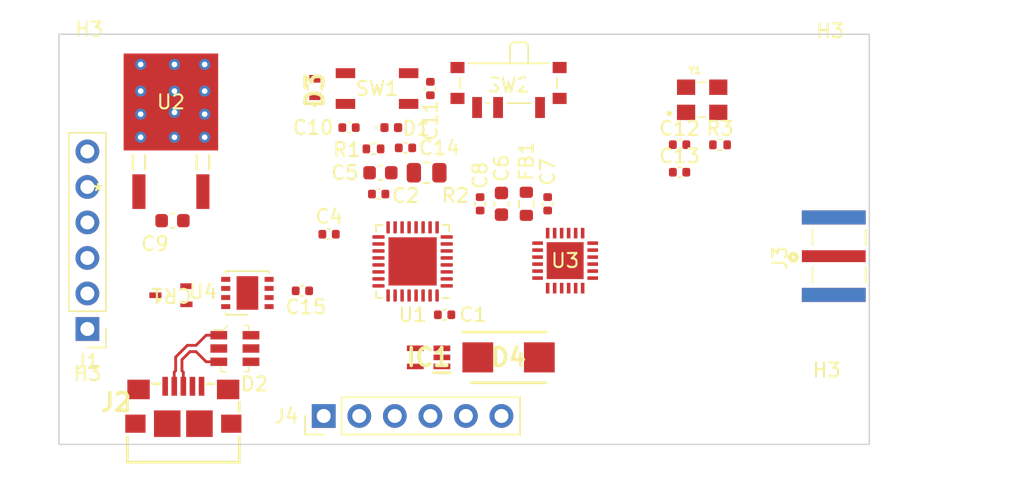
<source format=kicad_pcb>
(kicad_pcb (version 20221018) (generator pcbnew)
  (layers (0 "F.Cu" signal) (31 "B.Cu" signal) (34 "B.Paste" user) (35 "F.Paste" user) (36 "B.SilkS" user "B.Silkscreen") (37 "F.SilkS" user "F.Silkscreen") (38 "B.Mask" user) (39 "F.Mask" user) (44 "Edge.Cuts" user))
  (net 0 "")
  (net 4 "VBUS")
  (net 5 "GND")
  (net 7 "+3.3V")
  (net 8 "+3.3VA")
  (net 9 "/BOOT0")
  (net 10 "Net-(J1-Pin_2)")
  (net 12 "Net-(J1-Pin_4)")
  (net 13 "Net-(D1-K)")
  (net 56 "/NRST")
  (net 57 "/DEBUG_JTDO-SWO")
  (net 58 "/DEBUG_JTSK_SWDIO")
  (net 59 "/DEBUG_JTSK_SWCLK")
  (net 60 "/DEBUG_JTSK_SWO")
  (net 61 "/USB_D-_C")
  (net 62 "/USB_D+_C")
  (net 63 "/USB_D+")
  (net 64 "/USB_D-")
  (net 68 "/USART2_CANSTBY")
  (net 69 "/USART2_CANRX")
  (net 70 "/USART2_CANTX")
  (net 71 "Net-(C12-Pad1)")
  (net 72 "RCC_OSC_IN")
  (net 73 "RCC_OSC_OUT")
  (footprint "Capacitor_SMD:C_0402_1005Metric" (layer "F.Cu") (at 50.673 113.475 180)
    (fp_text reference "C15" (at -0.254 -1.16) (layer "F.SilkS"))
    (fp_text value "100u")
    (fp_line (start -0.107836 -0.36) (end 0.107836 -0.36) (stroke (width 0.12)) (layer "F.SilkS"))
    (fp_line (start -0.107836 0.36) (end 0.107836 0.36) (stroke (width 0.12)) (layer "F.SilkS"))
    (pad "1" smd roundrect (at -0.48 0 180) (size 0.56 0.62) (layers "F.Cu" "F.Paste" "F.Mask") (net 5 "GND"))
    (pad "2" smd roundrect (at 0.48 0 180) (size 0.56 0.62) (layers "F.Cu" "F.Paste" "F.Mask") (net 7 "+3.3V"))
  )
  (footprint "footprints:TAOGLAS_EMPCB.SMAFSTJ.B.HT" (layer "F.Cu") (at 88.646 110.998 90)
    (fp_text reference "J3" (at -0.13514 -3.84871 90) (layer "F.SilkS") (effects (font (size 1.000961 1.000961))))
    (fp_text value "Conn_Coaxial")
    (fp_line (start -1.9 -1.52) (end -0.8 -1.52) (stroke (width 0.127)) (layer "F.SilkS"))
    (fp_line (start -1.9 2.28) (end -0.8 2.28) (stroke (width 0.127)) (layer "F.SilkS"))
    (fp_line (start 0.8 -1.52) (end 1.9 -1.52) (stroke (width 0.127)) (layer "F.SilkS"))
    (fp_line (start 0.8 2.28) (end 1.9 2.28) (stroke (width 0.127)) (layer "F.SilkS"))
    (fp_circle (center -0.073 -2.888) (end 0.027 -2.888) (stroke (width 0.3)) (fill none) (layer "F.SilkS"))
    (pad "1" smd rect (at 0 0 90) (size 0.85 4.56) (layers "F.Cu" "F.Paste" "F.Mask"))
    (pad "SH1" smd rect (at -2.77 0 90) (size 1 4.56) (layers "F.Cu" "F.Paste" "F.Mask"))
    (pad "SH2" smd rect (at 2.77 0 90) (size 1 4.56) (layers "F.Cu" "F.Paste" "F.Mask"))
    (pad "SH3" smd rect (at -2.77 0 90) (size 1 4.56) (layers "B.Cu" "B.Paste" "B.Mask"))
    (pad "SH4" smd rect (at 2.77 0 90) (size 1 4.56) (layers "B.Cu" "B.Paste" "B.Mask"))
  )
  (footprint "Capacitor_SMD:C_0402_1005Metric" (layer "F.Cu") (at 56.121 106.553)
    (fp_text reference "C2" (at 1.933 0.1095 180) (layer "F.SilkS"))
    (fp_text value "100n")
    (fp_line (start -0.107836 -0.36) (end 0.107836 -0.36) (stroke (width 0.12)) (layer "F.SilkS"))
    (fp_line (start -0.107836 0.36) (end 0.107836 0.36) (stroke (width 0.12)) (layer "F.SilkS"))
    (pad "1" smd roundrect (at -0.48 0) (size 0.56 0.62) (layers "F.Cu" "F.Paste" "F.Mask") (net 7 "+3.3V"))
    (pad "2" smd roundrect (at 0.48 0) (size 0.56 0.62) (layers "F.Cu" "F.Paste" "F.Mask") (net 5 "GND"))
  )
  (footprint "footprints:ESDA8P801U1M" (layer "F.Cu") (at 51.562 98.933 90)
    (fp_text reference "D3" (at -0.2 0 90) (layer "F.SilkS") (effects (font (size 1.27 1.27) (thickness 0.254))))
    (fp_text value "ESDA7P120-1U1M" hide)
    (fp_line (start -1.2 -0.1) (end -1.2 -0.1) (stroke (width 0.2)) (layer "F.SilkS"))
    (fp_line (start -1.2 0.1) (end -1.2 0.1) (stroke (width 0.2)) (layer "F.SilkS"))
    (fp_line (start -0.2 -0.5) (end 0.2 -0.5) (stroke (width 0.1)) (layer "F.SilkS"))
    (fp_line (start -0.2 0.5) (end 0.2 0.5) (stroke (width 0.1)) (layer "F.SilkS"))
    (fp_arc (start -1.2 -0.1) (mid -1.1 0) (end -1.2 0.1) (stroke (width 0.2)) (layer "F.SilkS"))
    (fp_arc (start -1.2 0.1) (mid -1.3 0) (end -1.2 -0.1) (stroke (width 0.2)) (layer "F.SilkS"))
    (pad "1" smd rect (at -0.625 0 90) (size 0.55 0.8) (layers "F.Cu" "F.Paste" "F.Mask") (net 4 "VBUS"))
    (pad "2" smd rect (at 0.625 0 90) (size 0.55 0.8) (layers "F.Cu" "F.Paste" "F.Mask") (net 5 "GND"))
  )
  (footprint "Capacitor_SMD:C_0402_1005Metric" (layer "F.Cu") (at 59.817 99.005 -90)
    (fp_text reference "C11" (at 2.286 0 90) (layer "F.SilkS"))
    (fp_text value "100n")
    (fp_line (start -0.107836 -0.36) (end 0.107836 -0.36) (stroke (width 0.12)) (layer "F.SilkS"))
    (fp_line (start -0.107836 0.36) (end 0.107836 0.36) (stroke (width 0.12)) (layer "F.SilkS"))
    (pad "1" smd roundrect (at -0.48 0 270) (size 0.56 0.62) (layers "F.Cu" "F.Paste" "F.Mask") (net 5 "GND"))
    (pad "2" smd roundrect (at 0.48 0 270) (size 0.56 0.62) (layers "F.Cu" "F.Paste" "F.Mask") (net 56 "/NRST"))
  )
  (footprint "Button_Switch_SMD:SW_SPDT_PCM12" (layer "F.Cu") (at 65.405 98.933 180)
    (fp_text reference "SW2" (at 0 0.166) (layer "F.SilkS"))
    (fp_text value "BOOT0")
    (fp_line (start -3.45 -0.07) (end -3.45 0.72) (stroke (width 0.12)) (layer "F.SilkS"))
    (fp_line (start -2.85 1.73) (end 2.85 1.73) (stroke (width 0.12)) (layer "F.SilkS"))
    (fp_line (start -1.6 -1.12) (end 0.1 -1.12) (stroke (width 0.12)) (layer "F.SilkS"))
    (fp_line (start -1.4 1.73) (end -1.4 3.02) (stroke (width 0.12)) (layer "F.SilkS"))
    (fp_line (start -1.4 3.02) (end -1.2 3.23) (stroke (width 0.12)) (layer "F.SilkS"))
    (fp_line (start -1.2 3.23) (end -0.3 3.23) (stroke (width 0.12)) (layer "F.SilkS"))
    (fp_line (start -0.1 3.02) (end -0.3 3.23) (stroke (width 0.12)) (layer "F.SilkS"))
    (fp_line (start -0.1 3.02) (end -0.1 1.73) (stroke (width 0.12)) (layer "F.SilkS"))
    (fp_line (start 1.4 -1.12) (end 1.6 -1.12) (stroke (width 0.12)) (layer "F.SilkS"))
    (fp_line (start 3.45 0.72) (end 3.45 -0.07) (stroke (width 0.12)) (layer "F.SilkS"))
    (pad "" smd rect (at -3.65 -0.78 180) (size 1 0.8) (layers "F.Cu" "F.Paste" "F.Mask"))
    (pad "" smd rect (at -3.65 1.43 180) (size 1 0.8) (layers "F.Cu" "F.Paste" "F.Mask"))
    (pad "" np_thru_hole circle (at -1.5 0.33 180) (size 0.9 0.9) (drill 0.9) (layers "*.Cu" "*.Mask"))
    (pad "" np_thru_hole circle (at 1.5 0.33 180) (size 0.9 0.9) (drill 0.9) (layers "*.Cu" "*.Mask"))
    (pad "" smd rect (at 3.65 -0.78 180) (size 1 0.8) (layers "F.Cu" "F.Paste" "F.Mask"))
    (pad "" smd rect (at 3.65 1.43 180) (size 1 0.8) (layers "F.Cu" "F.Paste" "F.Mask"))
    (pad "1" smd rect (at -2.25 -1.43 180) (size 0.7 1.5) (layers "F.Cu" "F.Paste" "F.Mask") (net 5 "GND"))
    (pad "2" smd rect (at 0.75 -1.43 180) (size 0.7 1.5) (layers "F.Cu" "F.Paste" "F.Mask") (net 9 "/BOOT0"))
    (pad "3" smd rect (at 2.25 -1.43 180) (size 0.7 1.5) (layers "F.Cu" "F.Paste" "F.Mask") (net 7 "+3.3V"))
  )
  (footprint "Resistor_SMD:R_0402_1005Metric" (layer "F.Cu") (at 80.516 103.031)
    (fp_text reference "R3" (at 0 -1.17) (layer "F.SilkS"))
    (fp_text value "390")
    (fp_line (start -0.153641 -0.38) (end 0.153641 -0.38) (stroke (width 0.12)) (layer "F.SilkS"))
    (fp_line (start -0.153641 0.38) (end 0.153641 0.38) (stroke (width 0.12)) (layer "F.SilkS"))
    (pad "1" smd roundrect (at -0.51 0) (size 0.54 0.64) (layers "F.Cu" "F.Paste" "F.Mask") (net 71 "Net-(C12-Pad1)"))
    (pad "2" smd roundrect (at 0.51 0) (size 0.54 0.64) (layers "F.Cu" "F.Paste" "F.Mask") (net 73 "RCC_OSC_OUT"))
  )
  (footprint "footprints:SOT65P210X110-5N" (layer "F.Cu") (at 59.69 118.237 180)
    (fp_text reference "IC1" (at 0 0 180) (layer "F.SilkS") (effects (font (size 1.27 1.27) (thickness 0.254))))
    (fp_text value "ESDALC6V1W5" hide)
    (fp_line (start -1.55 -1.1) (end -0.35 -1.1) (stroke (width 0.2)) (layer "F.SilkS"))
    (pad "1" smd rect (at -0.95 -0.65 270) (size 0.4 1.2) (layers "F.Cu" "F.Paste" "F.Mask") (net 56 "/NRST"))
    (pad "2" smd rect (at -0.95 0 270) (size 0.4 1.2) (layers "F.Cu" "F.Paste" "F.Mask") (net 5 "GND"))
    (pad "3" smd rect (at -0.95 0.65 270) (size 0.4 1.2) (layers "F.Cu" "F.Paste" "F.Mask") (net 57 "/DEBUG_JTDO-SWO"))
    (pad "4" smd rect (at 0.95 0.65 270) (size 0.4 1.2) (layers "F.Cu" "F.Paste" "F.Mask") (net 58 "/DEBUG_JTSK_SWDIO"))
    (pad "5" smd rect (at 0.95 -0.65 270) (size 0.4 1.2) (layers "F.Cu" "F.Paste" "F.Mask") (net 59 "/DEBUG_JTSK_SWCLK"))
  )
  (footprint "Package_DFN_QFN:QFN-32-1EP_5x5mm_P0.5mm_EP3.45x3.45mm" (layer "F.Cu") (at 58.547 111.372 180)
    (fp_text reference "U1" (at 0 -3.82) (layer "F.SilkS"))
    (fp_text value "STM32L442KCUx")
    (fp_line (start -2.61 2.61) (end -2.61 2.135) (stroke (width 0.12)) (layer "F.SilkS"))
    (fp_line (start -2.135 -2.61) (end -2.61 -2.61) (stroke (width 0.12)) (layer "F.SilkS"))
    (fp_line (start -2.135 2.61) (end -2.61 2.61) (stroke (width 0.12)) (layer "F.SilkS"))
    (fp_line (start 2.135 -2.61) (end 2.61 -2.61) (stroke (width 0.12)) (layer "F.SilkS"))
    (fp_line (start 2.135 2.61) (end 2.61 2.61) (stroke (width 0.12)) (layer "F.SilkS"))
    (fp_line (start 2.61 -2.61) (end 2.61 -2.135) (stroke (width 0.12)) (layer "F.SilkS"))
    (fp_line (start 2.61 2.61) (end 2.61 2.135) (stroke (width 0.12)) (layer "F.SilkS"))
    (pad "1" smd roundrect (at -2.4375 -1.75 180) (size 0.875 0.25) (layers "F.Cu" "F.Paste" "F.Mask") (net 7 "+3.3V"))
    (pad "2" smd roundrect (at -2.4375 -1.25 180) (size 0.875 0.25) (layers "F.Cu" "F.Paste" "F.Mask"))
    (pad "3" smd roundrect (at -2.4375 -0.75 180) (size 0.875 0.25) (layers "F.Cu" "F.Paste" "F.Mask"))
    (pad "4" smd roundrect (at -2.4375 -0.25 180) (size 0.875 0.25) (layers "F.Cu" "F.Paste" "F.Mask") (net 56 "/NRST"))
    (pad "5" smd roundrect (at -2.4375 0.25 180) (size 0.875 0.25) (layers "F.Cu" "F.Paste" "F.Mask") (net 8 "+3.3VA"))
    (pad "6" smd roundrect (at -2.4375 0.75 180) (size 0.875 0.25) (layers "F.Cu" "F.Paste" "F.Mask"))
    (pad "7" smd roundrect (at -2.4375 1.25 180) (size 0.875 0.25) (layers "F.Cu" "F.Paste" "F.Mask"))
    (pad "8" smd roundrect (at -2.4375 1.75 180) (size 0.875 0.25) (layers "F.Cu" "F.Paste" "F.Mask"))
    (pad "9" smd roundrect (at -1.75 2.4375 180) (size 0.25 0.875) (layers "F.Cu" "F.Paste" "F.Mask"))
    (pad "10" smd roundrect (at -1.25 2.4375 180) (size 0.25 0.875) (layers "F.Cu" "F.Paste" "F.Mask"))
    (pad "11" smd roundrect (at -0.75 2.4375 180) (size 0.25 0.875) (layers "F.Cu" "F.Paste" "F.Mask"))
    (pad "12" smd roundrect (at -0.25 2.4375 180) (size 0.25 0.875) (layers "F.Cu" "F.Paste" "F.Mask"))
    (pad "13" smd roundrect (at 0.25 2.4375 180) (size 0.25 0.875) (layers "F.Cu" "F.Paste" "F.Mask"))
    (pad "14" smd roundrect (at 0.75 2.4375 180) (size 0.25 0.875) (layers "F.Cu" "F.Paste" "F.Mask"))
    (pad "15" smd roundrect (at 1.25 2.4375 180) (size 0.25 0.875) (layers "F.Cu" "F.Paste" "F.Mask"))
    (pad "16" smd roundrect (at 1.75 2.4375 180) (size 0.25 0.875) (layers "F.Cu" "F.Paste" "F.Mask") (net 5 "GND"))
    (pad "17" smd roundrect (at 2.4375 1.75 180) (size 0.875 0.25) (layers "F.Cu" "F.Paste" "F.Mask") (net 7 "+3.3V"))
    (pad "18" smd roundrect (at 2.4375 1.25 180) (size 0.875 0.25) (layers "F.Cu" "F.Paste" "F.Mask") (net 68 "/USART2_CANSTBY"))
    (pad "19" smd roundrect (at 2.4375 0.75 180) (size 0.875 0.25) (layers "F.Cu" "F.Paste" "F.Mask") (net 69 "/USART2_CANRX"))
    (pad "20" smd roundrect (at 2.4375 0.25 180) (size 0.875 0.25) (layers "F.Cu" "F.Paste" "F.Mask") (net 70 "/USART2_CANTX"))
    (pad "21" smd roundrect (at 2.4375 -0.25 180) (size 0.875 0.25) (layers "F.Cu" "F.Paste" "F.Mask") (net 64 "/USB_D-"))
    (pad "22" smd roundrect (at 2.4375 -0.75 180) (size 0.875 0.25) (layers "F.Cu" "F.Paste" "F.Mask") (net 63 "/USB_D+"))
    (pad "23" smd roundrect (at 2.4375 -1.25 180) (size 0.875 0.25) (layers "F.Cu" "F.Paste" "F.Mask") (net 58 "/DEBUG_JTSK_SWDIO"))
    (pad "24" smd roundrect (at 2.4375 -1.75 180) (size 0.875 0.25) (layers "F.Cu" "F.Paste" "F.Mask") (net 59 "/DEBUG_JTSK_SWCLK"))
    (pad "25" smd roundrect (at 1.75 -2.4375 180) (size 0.25 0.875) (layers "F.Cu" "F.Paste" "F.Mask"))
    (pad "26" smd roundrect (at 1.25 -2.4375 180) (size 0.25 0.875) (layers "F.Cu" "F.Paste" "F.Mask") (net 60 "/DEBUG_JTSK_SWO"))
    (pad "27" smd roundrect (at 0.75 -2.4375 180) (size 0.25 0.875) (layers "F.Cu" "F.Paste" "F.Mask"))
    (pad "28" smd roundrect (at 0.25 -2.4375 180) (size 0.25 0.875) (layers "F.Cu" "F.Paste" "F.Mask"))
    (pad "29" smd roundrect (at -0.25 -2.4375 180) (size 0.25 0.875) (layers "F.Cu" "F.Paste" "F.Mask"))
    (pad "30" smd roundrect (at -0.75 -2.4375 180) (size 0.25 0.875) (layers "F.Cu" "F.Paste" "F.Mask"))
    (pad "31" smd roundrect (at -1.25 -2.4375 180) (size 0.25 0.875) (layers "F.Cu" "F.Paste" "F.Mask") (net 9 "/BOOT0"))
    (pad "32" smd roundrect (at -1.75 -2.4375 180) (size 0.25 0.875) (layers "F.Cu" "F.Paste" "F.Mask") (net 5 "GND"))
    (pad "33" smd rect (at 0 0 180) (size 3.45 3.45) (layers "F.Cu" "F.Mask") (net 5 "GND"))
  )
  (footprint "Capacitor_SMD:C_0603_1608Metric" (layer "F.Cu") (at 64.897 107.251 -90)
    (fp_text reference "C6" (at -2.54 0 90) (layer "F.SilkS"))
    (fp_text value "1u")
    (fp_line (start -0.14058 -0.51) (end 0.14058 -0.51) (stroke (width 0.12)) (layer "F.SilkS"))
    (fp_line (start -0.14058 0.51) (end 0.14058 0.51) (stroke (width 0.12)) (layer "F.SilkS"))
    (pad "1" smd roundrect (at -0.775 0 270) (size 0.9 0.95) (layers "F.Cu" "F.Paste" "F.Mask") (net 8 "+3.3VA"))
    (pad "2" smd roundrect (at 0.775 0 270) (size 0.9 0.95) (layers "F.Cu" "F.Paste" "F.Mask") (net 5 "GND"))
  )
  (footprint "Connector_PinHeader_2.54mm:PinHeader_1x06_P2.54mm_Vertical" (layer "F.Cu") (at 52.197 122.428 90)
    (fp_text reference "J4" (at 0 -2.667 180) (layer "F.SilkS"))
    (fp_text value "Conn_01x06_Pin")
    (fp_line (start -1.33 -1.33) (end 0 -1.33) (stroke (width 0.12)) (layer "F.SilkS"))
    (fp_line (start -1.33 0) (end -1.33 -1.33) (stroke (width 0.12)) (layer "F.SilkS"))
    (fp_line (start -1.33 1.27) (end -1.33 14.03) (stroke (width 0.12)) (layer "F.SilkS"))
    (fp_line (start -1.33 1.27) (end 1.33 1.27) (stroke (width 0.12)) (layer "F.SilkS"))
    (fp_line (start -1.33 14.03) (end 1.33 14.03) (stroke (width 0.12)) (layer "F.SilkS"))
    (fp_line (start 1.33 1.27) (end 1.33 14.03) (stroke (width 0.12)) (layer "F.SilkS"))
    (pad "1" thru_hole rect (at 0 0 90) (size 1.7 1.7) (drill 1) (layers "*.Cu" "*.Mask") (net 7 "+3.3V"))
    (pad "2" thru_hole oval (at 0 2.54 90) (size 1.7 1.7) (drill 1) (layers "*.Cu" "*.Mask") (net 59 "/DEBUG_JTSK_SWCLK"))
    (pad "3" thru_hole oval (at 0 5.08 90) (size 1.7 1.7) (drill 1) (layers "*.Cu" "*.Mask") (net 5 "GND"))
    (pad "4" thru_hole oval (at 0 7.62 90) (size 1.7 1.7) (drill 1) (layers "*.Cu" "*.Mask") (net 58 "/DEBUG_JTSK_SWDIO"))
    (pad "5" thru_hole oval (at 0 10.16 90) (size 1.7 1.7) (drill 1) (layers "*.Cu" "*.Mask") (net 56 "/NRST"))
    (pad "6" thru_hole oval (at 0 12.7 90) (size 1.7 1.7) (drill 1) (layers "*.Cu" "*.Mask") (net 57 "/DEBUG_JTDO-SWO"))
  )
  (footprint "Capacitor_SMD:C_0402_1005Metric" (layer "F.Cu") (at 58.039 103.251)
    (fp_text reference "C14" (at 2.413 0) (layer "F.SilkS"))
    (fp_text value "100n")
    (fp_line (start -0.107836 -0.36) (end 0.107836 -0.36) (stroke (width 0.12)) (layer "F.SilkS"))
    (fp_line (start -0.107836 0.36) (end 0.107836 0.36) (stroke (width 0.12)) (layer "F.SilkS"))
    (pad "1" smd roundrect (at -0.48 0) (size 0.56 0.62) (layers "F.Cu" "F.Paste" "F.Mask") (net 5 "GND"))
    (pad "2" smd roundrect (at 0.48 0) (size 0.56 0.62) (layers "F.Cu" "F.Paste" "F.Mask") (net 4 "VBUS"))
  )
  (footprint "Capacitor_SMD:C_0402_1005Metric" (layer "F.Cu") (at 77.626 104.991)
    (fp_text reference "C13" (at 0 -1.16) (layer "F.SilkS"))
    (fp_text value "14p")
    (fp_line (start -0.107836 -0.36) (end 0.107836 -0.36) (stroke (width 0.12)) (layer "F.SilkS"))
    (fp_line (start -0.107836 0.36) (end 0.107836 0.36) (stroke (width 0.12)) (layer "F.SilkS"))
    (pad "1" smd roundrect (at -0.48 0) (size 0.56 0.62) (layers "F.Cu" "F.Paste" "F.Mask") (net 72 "RCC_OSC_IN"))
    (pad "2" smd roundrect (at 0.48 0) (size 0.56 0.62) (layers "F.Cu" "F.Paste" "F.Mask") (net 5 "GND"))
  )
  (footprint "MountingHole:MountingHole_2.2mm_M2_DIN965" (layer "F.Cu") (at 35.306 122.301)
    (fp_text reference "H3" (at 0 -2.9) (layer "F.SilkS"))
    (fp_text value "MountingHole")
    (pad "" np_thru_hole circle (at 0 0) (size 2.2 2.2) (drill 2.2) (layers "*.Cu" "*.Mask"))
  )
  (footprint "MountingHole:MountingHole_2.2mm_M2_DIN965" (layer "F.Cu") (at 88.392 97.79)
    (fp_text reference "H3" (at 0 -2.9) (layer "F.SilkS"))
    (fp_text value "MountingHole")
    (pad "" np_thru_hole circle (at 0 0) (size 2.2 2.2) (drill 2.2) (layers "*.Cu" "*.Mask"))
  )
  (footprint "Capacitor_SMD:C_0402_1005Metric" (layer "F.Cu") (at 63.373 107.251 -90)
    (fp_text reference "C8" (at -2.032 0 90) (layer "F.SilkS"))
    (fp_text value "10n")
    (fp_line (start -0.107836 -0.36) (end 0.107836 -0.36) (stroke (width 0.12)) (layer "F.SilkS"))
    (fp_line (start -0.107836 0.36) (end 0.107836 0.36) (stroke (width 0.12)) (layer "F.SilkS"))
    (pad "1" smd roundrect (at -0.48 0 270) (size 0.56 0.62) (layers "F.Cu" "F.Paste" "F.Mask") (net 8 "+3.3VA"))
    (pad "2" smd roundrect (at 0.48 0 270) (size 0.56 0.62) (layers "F.Cu" "F.Paste" "F.Mask") (net 5 "GND"))
  )
  (footprint "footprints:KVU3_TEX" (layer "F.Cu") (at 41.275 99.96805)
    (fp_text reference "U2" (at 0 0 unlocked) (layer "F.SilkS"))
    (fp_text value "TLV2217-33KVURG3")
    (fp_text user "*" (at -5.207 6.4135) (layer "F.SilkS"))
    (fp_text user "*" (at -5.207 6.4135 unlocked) (layer "F.SilkS"))
    (fp_line (start -2.7305 3.79984) (end -2.7305 4.818901) (stroke (width 0.1524)) (layer "F.SilkS"))
    (fp_line (start -1.8415 3.79984) (end -1.8415 4.818901) (stroke (width 0.1524)) (layer "F.SilkS"))
    (fp_line (start 1.8415 3.79984) (end 1.8415 4.818901) (stroke (width 0.1524)) (layer "F.SilkS"))
    (fp_line (start 2.7305 3.79984) (end 2.7305 4.818901) (stroke (width 0.1524)) (layer "F.SilkS"))
    (pad "1" smd rect (at -2.286 6.4135) (size 0.939 2.477998) (layers "F.Cu" "F.Paste" "F.Mask") (net 7 "+3.3V"))
    (pad "2" smd rect (at 0 0) (size 6.7564 6.9342) (layers "F.Cu" "F.Paste" "F.Mask") (net 5 "GND"))
    (pad "3" smd rect (at 2.286 6.4135) (size 0.939 2.477998) (layers "F.Cu" "F.Paste" "F.Mask") (net 4 "VBUS"))
  )
  (footprint "Capacitor_SMD:C_0402_1005Metric" (layer "F.Cu") (at 68.199 107.251 -90)
    (fp_text reference "C7" (at -2.286 0 90) (layer "F.SilkS"))
    (fp_text value "1u")
    (fp_line (start -0.107836 -0.36) (end 0.107836 -0.36) (stroke (width 0.12)) (layer "F.SilkS"))
    (fp_line (start -0.107836 0.36) (end 0.107836 0.36) (stroke (width 0.12)) (layer "F.SilkS"))
    (pad "1" smd roundrect (at -0.48 0 270) (size 0.56 0.62) (layers "F.Cu" "F.Paste" "F.Mask") (net 7 "+3.3V"))
    (pad "2" smd roundrect (at 0.48 0 270) (size 0.56 0.62) (layers "F.Cu" "F.Paste" "F.Mask") (net 5 "GND"))
  )
  (footprint "Connector_PinHeader_2.54mm:PinHeader_1x06_P2.54mm_Vertical" (layer "F.Cu") (at 35.306 116.205 180)
    (fp_text reference "J1" (at 0 -2.33) (layer "F.SilkS"))
    (fp_text value "Conn_01x06_Pin")
    (fp_line (start -1.33 -1.33) (end 0 -1.33) (stroke (width 0.12)) (layer "F.SilkS"))
    (fp_line (start -1.33 0) (end -1.33 -1.33) (stroke (width 0.12)) (layer "F.SilkS"))
    (fp_line (start -1.33 1.27) (end -1.33 14.03) (stroke (width 0.12)) (layer "F.SilkS"))
    (fp_line (start -1.33 1.27) (end 1.33 1.27) (stroke (width 0.12)) (layer "F.SilkS"))
    (fp_line (start -1.33 14.03) (end 1.33 14.03) (stroke (width 0.12)) (layer "F.SilkS"))
    (fp_line (start 1.33 1.27) (end 1.33 14.03) (stroke (width 0.12)) (layer "F.SilkS"))
    (pad "1" thru_hole rect (at 0 0 180) (size 1.7 1.7) (drill 1) (layers "*.Cu" "*.Mask"))
    (pad "2" thru_hole oval (at 0 2.54 180) (size 1.7 1.7) (drill 1) (layers "*.Cu" "*.Mask") (net 10 "Net-(J1-Pin_2)"))
    (pad "3" thru_hole oval (at 0 5.08 180) (size 1.7 1.7) (drill 1) (layers "*.Cu" "*.Mask"))
    (pad "4" thru_hole oval (at 0 7.62 180) (size 1.7 1.7) (drill 1) (layers "*.Cu" "*.Mask") (net 12 "Net-(J1-Pin_4)"))
    (pad "5" thru_hole oval (at 0 10.16 180) (size 1.7 1.7) (drill 1) (layers "*.Cu" "*.Mask"))
    (pad "6" thru_hole oval (at 0 12.7 180) (size 1.7 1.7) (drill 1) (layers "*.Cu" "*.Mask") (net 5 "GND"))
  )
  (footprint "footprints:DIOM5436X265N" (layer "F.Cu") (at 65.405 118.237)
    (fp_text reference "D4" (at 0 0) (layer "F.SilkS") (effects (font (size 1.27 1.27) (thickness 0.254))))
    (fp_text value "SMLVT3V3" hide)
    (fp_line (start -2.675 1.812) (end 2.675 1.812) (stroke (width 0.2)) (layer "F.SilkS"))
    (fp_line (start 2.675 -1.812) (end -3.275 -1.812) (stroke (width 0.2)) (layer "F.SilkS"))
    (pad "1" smd rect (at -2.2 0 90) (size 2.15 2.2) (layers "F.Cu" "F.Paste" "F.Mask") (net 7 "+3.3V"))
    (pad "2" smd rect (at 2.2 0 90) (size 2.15 2.2) (layers "F.Cu" "F.Paste" "F.Mask") (net 5 "GND"))
  )
  (footprint "LED_SMD:LED_0402_1005Metric" (layer "F.Cu") (at 57.023 101.799)
    (fp_text reference "D1" (at 1.778 0.055) (layer "F.SilkS"))
    (fp_text value "RED")
    (fp_circle (center -1.09 0) (end -1.04 0) (stroke (width 0.1)) (fill none) (layer "F.SilkS"))
    (pad "1" smd roundrect (at -0.485 0) (size 0.59 0.64) (layers "F.Cu" "F.Paste" "F.Mask") (net 13 "Net-(D1-K)"))
    (pad "2" smd roundrect (at 0.485 0) (size 0.59 0.64) (layers "F.Cu" "F.Paste" "F.Mask") (net 4 "VBUS"))
  )
  (footprint "Resistor_SMD:R_0402_1005Metric" (layer "F.Cu") (at 55.753 103.323)
    (fp_text reference "R1" (at -1.905 0.055) (layer "F.SilkS"))
    (fp_text value "1k5")
    (fp_line (start -0.153641 -0.38) (end 0.153641 -0.38) (stroke (width 0.12)) (layer "F.SilkS"))
    (fp_line (start -0.153641 0.38) (end 0.153641 0.38) (stroke (width 0.12)) (layer "F.SilkS"))
    (pad "1" smd roundrect (at -0.51 0) (size 0.54 0.64) (layers "F.Cu" "F.Paste" "F.Mask") (net 5 "GND"))
    (pad "2" smd roundrect (at 0.51 0) (size 0.54 0.64) (layers "F.Cu" "F.Paste" "F.Mask") (net 13 "Net-(D1-K)"))
  )
  (footprint "Resistor_SMD:R_0805_2012Metric" (layer "F.Cu") (at 59.55 105.029 180)
    (fp_text reference "R2" (at -2.06 -1.6335) (layer "F.SilkS"))
    (fp_text value "10k")
    (fp_line (start -0.227064 -0.735) (end 0.227064 -0.735) (stroke (width 0.12)) (layer "F.SilkS"))
    (fp_line (start -0.227064 0.735) (end 0.227064 0.735) (stroke (width 0.12)) (layer "F.SilkS"))
    (pad "1" smd roundrect (at -0.9125 0 180) (size 1.025 1.4) (layers "F.Cu" "F.Paste" "F.Mask") (roundrect_rratio 0.243902439) (net 9 "/BOOT0"))
    (pad "2" smd roundrect (at 0.9125 0 180) (size 1.025 1.4) (layers "F.Cu" "F.Paste" "F.Mask") (roundrect_rratio 0.243902439) (net 9 "/BOOT0"))
  )
  (footprint "footprints:1981568-1" (layer "F.Cu") (at 42.164 125.73)
    (fp_text reference "J2" (at -4.834 -4.282) (layer "F.SilkS") (effects (font (size 1.27 1.27) (thickness 0.254))))
    (fp_text value "USB_B_Micro" hide)
    (fp_line (start -4 -4.29) (end -4 -3.65) (stroke (width 0.2)) (layer "F.SilkS"))
    (fp_line (start -4 0) (end -4 -1.8) (stroke (width 0.2)) (layer "F.SilkS"))
    (fp_line (start -4 0) (end 4 0) (stroke (width 0.2)) (layer "F.SilkS"))
    (fp_line (start -2.2 -5.6) (end -1.7 -5.6) (stroke (width 0.2)) (layer "F.SilkS"))
    (fp_line (start 1.7 -5.6) (end 2.2 -5.6) (stroke (width 0.2)) (layer "F.SilkS"))
    (fp_line (start 4 -4.29) (end 4 -3.65) (stroke (width 0.2)) (layer "F.SilkS"))
    (fp_line (start 4 0) (end 4 -1.8) (stroke (width 0.2)) (layer "F.SilkS"))
    (pad "1" smd rect (at -1.3 -5.425) (size 0.4 1.35) (layers "F.Cu" "F.Paste" "F.Mask"))
    (pad "2" smd rect (at -0.65 -5.425) (size 0.4 1.35) (layers "F.Cu" "F.Paste" "F.Mask") (net 61 "/USB_D-_C"))
    (pad "3" smd rect (at 0 -5.425) (size 0.4 1.35) (layers "F.Cu" "F.Paste" "F.Mask") (net 62 "/USB_D+_C"))
    (pad "4" smd rect (at 0.65 -5.425) (size 0.4 1.35) (layers "F.Cu" "F.Paste" "F.Mask") (net 4 "VBUS"))
    (pad "5" smd rect (at 1.3 -5.425) (size 0.4 1.35) (layers "F.Cu" "F.Paste" "F.Mask"))
    (pad "6" smd rect (at -3.2 -5.2 90) (size 1.4 1.6) (layers "F.Cu" "F.Paste" "F.Mask"))
    (pad "7" smd rect (at 3.2 -5.2 90) (size 1.4 1.6) (layers "F.Cu" "F.Paste" "F.Mask"))
    (pad "8" smd rect (at -3.425 -2.75 90) (size 1.3 1.45) (layers "F.Cu" "F.Paste" "F.Mask"))
    (pad "9" smd rect (at 3.425 -2.75 90) (size 1.3 1.45) (layers "F.Cu" "F.Paste" "F.Mask"))
    (pad "10" smd rect (at -1.15 -2.75 90) (size 1.9 1.9) (layers "F.Cu" "F.Paste" "F.Mask"))
    (pad "11" smd rect (at 1.15 -2.75 90) (size 1.9 1.9) (layers "F.Cu" "F.Paste" "F.Mask"))
  )
  (footprint "MountingHole:MountingHole_2.2mm_M2_DIN965" (layer "F.Cu") (at 88.138 122.047)
    (fp_text reference "H3" (at 0 -2.9) (layer "F.SilkS"))
    (fp_text value "MountingHole")
    (pad "" np_thru_hole circle (at 0 0) (size 2.2 2.2) (drill 2.2) (layers "*.Cu" "*.Mask"))
  )
  (footprint "footprints:SMD_025816_WRE" (layer "F.Cu") (at 56.007 99.005)
    (fp_text reference "SW1" (at 0 0 unlocked) (layer "F.SilkS"))
    (fp_text value "RESET")
    (pad "1" smd rect (at -2.257798 -1.1) (size 1.3914 0.7104) (layers "F.Cu" "F.Paste" "F.Mask") (net 5 "GND"))
    (pad "2" smd rect (at 2.257798 -1.1) (size 1.3914 0.7104) (layers "F.Cu" "F.Paste" "F.Mask") (net 5 "GND"))
    (pad "3" smd rect (at -2.257798 1.1) (size 1.3914 0.7104) (layers "F.Cu" "F.Paste" "F.Mask") (net 56 "/NRST"))
    (pad "4" smd rect (at 2.257798 1.1) (size 1.3914 0.7104) (layers "F.Cu" "F.Paste" "F.Mask") (net 56 "/NRST"))
  )
  (footprint "Capacitor_SMD:C_0402_1005Metric" (layer "F.Cu") (at 54.003 101.799)
    (fp_text reference "C10" (at -2.568 0) (layer "F.SilkS"))
    (fp_text value "100n")
    (fp_line (start -0.107836 -0.36) (end 0.107836 -0.36) (stroke (width 0.12)) (layer "F.SilkS"))
    (fp_line (start -0.107836 0.36) (end 0.107836 0.36) (stroke (width 0.12)) (layer "F.SilkS"))
    (pad "1" smd roundrect (at -0.48 0) (size 0.56 0.62) (layers "F.Cu" "F.Paste" "F.Mask") (net 4 "VBUS"))
    (pad "2" smd roundrect (at 0.48 0) (size 0.56 0.62) (layers "F.Cu" "F.Paste" "F.Mask") (net 5 "GND"))
  )
  (footprint "Capacitor_SMD:C_0603_1608Metric" (layer "F.Cu") (at 41.389 108.458 180)
    (fp_text reference "C9" (at 1.257 -1.651) (layer "F.SilkS"))
    (fp_text value "22u")
    (fp_line (start -0.14058 -0.51) (end 0.14058 -0.51) (stroke (width 0.12)) (layer "F.SilkS"))
    (fp_line (start -0.14058 0.51) (end 0.14058 0.51) (stroke (width 0.12)) (layer "F.SilkS"))
    (pad "1" smd roundrect (at -0.775 0 180) (size 0.9 0.95) (layers "F.Cu" "F.Paste" "F.Mask") (net 7 "+3.3V"))
    (pad "2" smd roundrect (at 0.775 0 180) (size 0.9 0.95) (layers "F.Cu" "F.Paste" "F.Mask") (net 5 "GND"))
  )
  (footprint "footprints:QFN24_4X4_SEM" (layer "F.Cu") (at 69.449 111.3155)
    (fp_text reference "U3" (at 0 0 unlocked) (layer "F.SilkS"))
    (fp_text value "SX1280IMLTRT")
    (pad "1" smd rect (at -1.9685 -1.25 90) (size 0.254 0.762) (layers "F.Cu" "F.Paste" "F.Mask"))
    (pad "2" smd rect (at -1.9685 -0.750001 90) (size 0.254 0.762) (layers "F.Cu" "F.Paste" "F.Mask"))
    (pad "3" smd rect (at -1.9685 -0.25 90) (size 0.254 0.762) (layers "F.Cu" "F.Paste" "F.Mask"))
    (pad "4" smd rect (at -1.9685 0.25 90) (size 0.254 0.762) (layers "F.Cu" "F.Paste" "F.Mask"))
    (pad "5" smd rect (at -1.9685 0.750001 90) (size 0.254 0.762) (layers "F.Cu" "F.Paste" "F.Mask"))
    (pad "6" smd rect (at -1.9685 1.25 90) (size 0.254 0.762) (layers "F.Cu" "F.Paste" "F.Mask"))
    (pad "7" smd rect (at -1.25 1.9685) (size 0.254 0.762) (layers "F.Cu" "F.Paste" "F.Mask"))
    (pad "8" smd rect (at -0.750001 1.9685) (size 0.254 0.762) (layers "F.Cu" "F.Paste" "F.Mask"))
    (pad "9" smd rect (at -0.25 1.9685) (size 0.254 0.762) (layers "F.Cu" "F.Paste" "F.Mask"))
    (pad "10" smd rect (at 0.25 1.9685) (size 0.254 0.762) (layers "F.Cu" "F.Paste" "F.Mask"))
    (pad "11" smd rect (at 0.750001 1.9685) (size 0.254 0.762) (layers "F.Cu" "F.Paste" "F.Mask"))
    (pad "12" smd rect (at 1.25 1.9685) (size 0.254 0.762) (layers "F.Cu" "F.Paste" "F.Mask"))
    (pad "13" smd rect (at 1.9685 1.25 90) (size 0.254 0.762) (layers "F.Cu" "F.Paste" "F.Mask"))
    (pad "14" smd rect (at 1.9685 0.750001 90) (size 0.254 0.762) (layers "F.Cu" "F.Paste" "F.Mask"))
    (pad "15" smd rect (at 1.9685 0.25 90) (size 0.254 0.762) (layers "F.Cu" "F.Paste" "F.Mask"))
    (pad "16" smd rect (at 1.9685 -0.25 90) (size 0.254 0.762) (layers "F.Cu" "F.Paste" "F.Mask"))
    (pad "17" smd rect (at 1.9685 -0.750001 90) (size 0.254 0.762) (layers "F.Cu" "F.Paste" "F.Mask"))
    (pad "18" smd rect (at 1.9685 -1.25 90) (size 0.254 0.762) (layers "F.Cu" "F.Paste" "F.Mask"))
    (pad "19" smd rect (at 1.25 -1.9685) (size 0.254 0.762) (layers "F.Cu" "F.Paste" "F.Mask"))
    (pad "20" smd rect (at 0.750001 -1.9685) (size 0.254 0.762) (layers "F.Cu" "F.Paste" "F.Mask"))
    (pad "21" smd rect (at 0.25 -1.9685) (size 0.254 0.762) (layers "F.Cu" "F.Paste" "F.Mask"))
    (pad "22" smd rect (at -0.25 -1.9685) (size 0.254 0.762) (layers "F.Cu" "F.Paste" "F.Mask"))
    (pad "23" smd rect (at -0.750001 -1.9685) (size 0.254 0.762) (layers "F.Cu" "F.Paste" "F.Mask"))
    (pad "24" smd rect (at -1.25 -1.9685) (size 0.254 0.762) (layers "F.Cu" "F.Paste" "F.Mask"))
    (pad "25" smd rect (at 0 0) (size 2.6416 2.6416) (layers "F.Cu" "F.Paste" "F.Mask"))
  )
  (footprint "Resistor_SMD:R_0603_1608Metric" (layer "F.Cu") (at 66.675 107.251 -90)
    (fp_text reference "FB1" (at -3.048 0 90) (layer "F.SilkS"))
    (fp_text value "120R")
    (fp_line (start -0.237258 -0.5225) (end 0.237258 -0.5225) (stroke (width 0.12)) (layer "F.SilkS"))
    (fp_line (start -0.237258 0.5225) (end 0.237258 0.5225) (stroke (width 0.12)) (layer "F.SilkS"))
    (pad "1" smd roundrect (at -0.825 0 270) (size 0.8 0.95) (layers "F.Cu" "F.Paste" "F.Mask") (net 8 "+3.3VA"))
    (pad "2" smd roundrect (at 0.825 0 270) (size 0.8 0.95) (layers "F.Cu" "F.Paste" "F.Mask") (net 7 "+3.3V"))
  )
  (footprint "Capacitor_SMD:C_0402_1005Metric" (layer "F.Cu") (at 77.626 103.021)
    (fp_text reference "C12" (at 0 -1.16) (layer "F.SilkS"))
    (fp_text value "14p")
    (fp_line (start -0.107836 -0.36) (end 0.107836 -0.36) (stroke (width 0.12)) (layer "F.SilkS"))
    (fp_line (start -0.107836 0.36) (end 0.107836 0.36) (stroke (width 0.12)) (layer "F.SilkS"))
    (pad "1" smd roundrect (at -0.48 0) (size 0.56 0.62) (layers "F.Cu" "F.Paste" "F.Mask") (net 71 "Net-(C12-Pad1)"))
    (pad "2" smd roundrect (at 0.48 0) (size 0.56 0.62) (layers "F.Cu" "F.Paste" "F.Mask") (net 5 "GND"))
  )
  (footprint "footprints:SOT323-3L_STM" (layer "F.Cu") (at 41.275 113.792 180)
    (fp_text reference "CR1" (at 0 0 180 unlocked) (layer "F.SilkS"))
    (fp_text value "ESDCAN03-2BWY")
    (pad "1" smd rect (at -1.108451 -0.649999 180) (size 0.870699 0.4064) (layers "F.Cu" "F.Paste" "F.Mask") (net 12 "Net-(J1-Pin_4)"))
    (pad "2" smd rect (at -1.108451 0.649999 180) (size 0.870699 0.4064) (layers "F.Cu" "F.Paste" "F.Mask") (net 10 "Net-(J1-Pin_2)"))
    (pad "3" smd rect (at 1.108451 0 180) (size 0.870699 0.4064) (layers "F.Cu" "F.Paste" "F.Mask") (net 5 "GND"))
  )
  (footprint "Capacitor_SMD:C_0402_1005Metric" (layer "F.Cu") (at 60.833 115.189 180)
    (fp_text reference "C1" (at -2.032 0 180) (layer "F.SilkS"))
    (fp_text value "100n")
    (fp_line (start -0.107836 -0.36) (end 0.107836 -0.36) (stroke (width 0.12)) (layer "F.SilkS"))
    (fp_line (start -0.107836 0.36) (end 0.107836 0.36) (stroke (width 0.12)) (layer "F.SilkS"))
    (pad "1" smd roundrect (at -0.48 0 180) (size 0.56 0.62) (layers "F.Cu" "F.Paste" "F.Mask") (net 7 "+3.3V"))
    (pad "2" smd roundrect (at 0.48 0 180) (size 0.56 0.62) (layers "F.Cu" "F.Paste" "F.Mask") (net 5 "GND"))
  )
  (footprint "digikey-footprints:SOT23-6L" (layer "F.Cu") (at 45.847 117.602 -90)
    (fp_text reference "D2" (at 2.54 -1.397) (layer "F.SilkS"))
    (fp_text value "USBLC6-2SC6")
    (fp_line (start -1.65 -1) (end -1.65 -0.65) (stroke (width 0.1)) (layer "F.SilkS"))
    (fp_line (start -1.65 0.5) (end -1.325 0.825) (stroke (width 0.1)) (layer "F.SilkS"))
    (fp_line (start -1.325 0.825) (end -1.325 1.525) (stroke (width 0.1)) (layer "F.SilkS"))
    (fp_line (start -1.3 -1) (end -1.65 -1) (stroke (width 0.1)) (layer "F.SilkS"))
    (fp_line (start 1.3 -1) (end 1.65 -1) (stroke (width 0.1)) (layer "F.SilkS"))
    (fp_line (start 1.65 -1) (end 1.65 -0.7) (stroke (width 0.1)) (layer "F.SilkS"))
    (fp_line (start 1.65 0.675) (end 1.65 1) (stroke (width 0.1)) (layer "F.SilkS"))
    (fp_line (start 1.65 1) (end 1.35 1) (stroke (width 0.1)) (layer "F.SilkS"))
    (pad "1" smd rect (at -0.95 1.15 270) (size 0.6 1.2) (layers "F.Cu" "F.Paste" "F.Mask") (net 61 "/USB_D-_C"))
    (pad "2" smd rect (at 0 1.15 270) (size 0.6 1.2) (layers "F.Cu" "F.Paste" "F.Mask") (net 5 "GND"))
    (pad "3" smd rect (at 0.95 1.15 270) (size 0.6 1.2) (layers "F.Cu" "F.Paste" "F.Mask") (net 62 "/USB_D+_C"))
    (pad "4" smd rect (at 0.95 -1.15 270) (size 0.6 1.2) (layers "F.Cu" "F.Paste" "F.Mask") (net 63 "/USB_D+"))
    (pad "5" smd rect (at 0 -1.15 270) (size 0.6 1.2) (layers "F.Cu" "F.Paste" "F.Mask") (net 4 "VBUS"))
    (pad "6" smd rect (at -0.95 -1.15 270) (size 0.6 1.2) (layers "F.Cu" "F.Paste" "F.Mask") (net 64 "/USB_D-"))
  )
  (footprint "Capacitor_SMD:C_0402_1005Metric" (layer "F.Cu") (at 52.578 109.4285 180)
    (fp_text reference "C4" (at 0 1.27 180) (layer "F.SilkS"))
    (fp_text value "100n")
    (fp_line (start -0.107836 -0.36) (end 0.107836 -0.36) (stroke (width 0.12)) (layer "F.SilkS"))
    (fp_line (start -0.107836 0.36) (end 0.107836 0.36) (stroke (width 0.12)) (layer "F.SilkS"))
    (pad "1" smd roundrect (at -0.48 0 180) (size 0.56 0.62) (layers "F.Cu" "F.Paste" "F.Mask") (net 7 "+3.3V"))
    (pad "2" smd roundrect (at 0.48 0 180) (size 0.56 0.62) (layers "F.Cu" "F.Paste" "F.Mask") (net 5 "GND"))
  )
  (footprint "footprints:XTAL_ECS-240-8-33-AGN-TR" (layer "F.Cu") (at 79.241 99.811)
    (fp_text reference "Y1" (at -0.527085 -2.109127) (layer "F.SilkS") (effects (font (size 0.480987 0.480987))))
    (fp_text value "8 MHz")
    (fp_line (start -0.27 1.25) (end 0.27 1.25) (stroke (width 0.127)) (layer "F.SilkS"))
    (fp_line (start 0.27 -1.25) (end -0.27 -1.25) (stroke (width 0.127)) (layer "F.SilkS"))
    (fp_circle (center -2.35 0.97) (end -2.25 0.97) (stroke (width 0.2)) (fill none) (layer "F.SilkS"))
    (pad "1" smd rect (at -1.15 0.9) (size 1.3 1.1) (layers "F.Cu" "F.Paste" "F.Mask") (net 72 "RCC_OSC_IN"))
    (pad "2" smd rect (at 1.15 0.9) (size 1.3 1.1) (layers "F.Cu" "F.Paste" "F.Mask") (net 5 "GND"))
    (pad "3" smd rect (at 1.15 -0.9) (size 1.3 1.1) (layers "F.Cu" "F.Paste" "F.Mask") (net 5 "GND"))
    (pad "4" smd rect (at -1.15 -0.9) (size 1.3 1.1) (layers "F.Cu" "F.Paste" "F.Mask") (net 71 "Net-(C12-Pad1)"))
  )
  (footprint "Package_DFN_QFN:DFN-8-1EP_3x3mm_P0.65mm_EP1.55x2.4mm" (layer "F.Cu") (at 46.7425 113.63 180)
    (fp_text reference "U4" (at 3.1685 0.084) (layer "F.SilkS"))
    (fp_text value "MCP2542WFDxMF (CAN)")
    (fp_line (start -1.56 1.56) (end -1.56 1.41) (stroke (width 0.12)) (layer "F.SilkS"))
    (fp_line (start -1.56 1.56) (end 1.56 1.56) (stroke (width 0.12)) (layer "F.SilkS"))
    (fp_line (start 0 -1.56) (end 1.56 -1.56) (stroke (width 0.12)) (layer "F.SilkS"))
    (fp_line (start 1.56 -1.56) (end 1.56 -1.41) (stroke (width 0.12)) (layer "F.SilkS"))
    (fp_line (start 1.56 1.56) (end 1.56 1.41) (stroke (width 0.12)) (layer "F.SilkS"))
    (pad "1" smd rect (at -1.55 -0.975 180) (size 0.65 0.35) (layers "F.Cu" "F.Paste" "F.Mask") (net 70 "/USART2_CANTX"))
    (pad "2" smd rect (at -1.55 -0.325 180) (size 0.65 0.35) (layers "F.Cu" "F.Paste" "F.Mask") (net 5 "GND"))
    (pad "3" smd rect (at -1.55 0.325 180) (size 0.65 0.35) (layers "F.Cu" "F.Paste" "F.Mask") (net 7 "+3.3V"))
    (pad "4" smd rect (at -1.55 0.975 180) (size 0.65 0.35) (layers "F.Cu" "F.Paste" "F.Mask") (net 69 "/USART2_CANRX"))
    (pad "5" smd rect (at 1.55 0.975 180) (size 0.65 0.35) (layers "F.Cu" "F.Paste" "F.Mask"))
    (pad "6" smd rect (at 1.55 0.325 180) (size 0.65 0.35) (layers "F.Cu" "F.Paste" "F.Mask") (net 12 "Net-(J1-Pin_4)"))
    (pad "7" smd rect (at 1.55 -0.325 180) (size 0.65 0.35) (layers "F.Cu" "F.Paste" "F.Mask") (net 10 "Net-(J1-Pin_2)"))
    (pad "8" smd rect (at 1.55 -0.975 180) (size 0.65 0.35) (layers "F.Cu" "F.Paste" "F.Mask") (net 68 "/USART2_CANSTBY"))
    (pad "9" smd rect (at 0 0 180) (size 1.55 2.4) (layers "F.Cu" "F.Mask") (net 5 "GND"))
  )
  (footprint "Capacitor_SMD:C_0603_1608Metric" (layer "F.Cu") (at 56.248 105.029)
    (fp_text reference "C5" (at -2.54 0) (layer "F.SilkS"))
    (fp_text value "10u")
    (fp_line (start -0.14058 -0.51) (end 0.14058 -0.51) (stroke (width 0.12)) (layer "F.SilkS"))
    (fp_line (start -0.14058 0.51) (end 0.14058 0.51) (stroke (width 0.12)) (layer "F.SilkS"))
    (pad "1" smd roundrect (at -0.775 0) (size 0.9 0.95) (layers "F.Cu" "F.Paste" "F.Mask") (net 7 "+3.3V"))
    (pad "2" smd roundrect (at 0.775 0) (size 0.9 0.95) (layers "F.Cu" "F.Paste" "F.Mask") (net 5 "GND"))
  )
  (footprint "MountingHole:MountingHole_2.2mm_M2_DIN965" (layer "F.Cu") (at 35.433 97.663)
    (fp_text reference "H3" (at 0 -2.9) (layer "F.SilkS"))
    (fp_text value "MountingHole")
    (pad "" np_thru_hole circle (at 0 0) (size 2.2 2.2) (drill 2.2) (layers "*.Cu" "*.Mask"))
  )
  (gr_rect (start 33.274 95.123) (end 91.186 124.46) (stroke (width 0.1)) (fill none) (layer "Edge.Cuts"))
  (via (at 41.529 100.711) (size 0.8) (drill 0.4) (layers "F.Cu" "B.Cu") (net 5))
  (via (at 41.529 99.187) (size 0.8) (drill 0.4) (layers "F.Cu" "B.Cu") (net 5))
  (via (at 39.116 102.489) (size 0.8) (drill 0.4) (layers "F.Cu" "B.Cu") (net 5))
  (via (at 41.529 97.282) (size 0.8) (drill 0.4) (layers "F.Cu" "B.Cu") (net 5))
  (via (at 39.116 97.282) (size 0.8) (drill 0.4) (layers "F.Cu" "B.Cu") (net 5))
  (via (at 43.688 99.187) (size 0.8) (drill 0.4) (layers "F.Cu" "B.Cu") (net 5))
  (via (at 39.116 99.187) (size 0.8) (drill 0.4) (layers "F.Cu" "B.Cu") (net 5))
  (via (at 43.688 100.838) (size 0.8) (drill 0.4) (layers "F.Cu" "B.Cu") (net 5))
  (via (at 39.116 100.838) (size 0.8) (drill 0.4) (layers "F.Cu" "B.Cu") (net 5))
  (via (at 43.688 97.282) (size 0.8) (drill 0.4) (layers "F.Cu" "B.Cu") (net 5))
  (via (at 41.529 102.489) (size 0.8) (drill 0.4) (layers "F.Cu" "B.Cu") (net 5))
  (via (at 43.688 102.489) (size 0.8) (drill 0.4) (layers "F.Cu" "B.Cu") (net 5))
  (segment (start 43.796999 116.652) (end 44.697 116.652) (width 0.2) (layer "F.Cu") (net 61))
  (segment (start 41.514 119.292499) (end 41.614 119.192499) (width 0.2) (layer "F.Cu") (net 61))
  (segment (start 43.071999 117.377) (end 43.796999 116.652) (width 0.2) (layer "F.Cu") (net 61))
  (segment (start 42.4518 117.377) (end 43.071999 117.377) (width 0.2) (layer "F.Cu") (net 61))
  (segment (start 41.514 120.305) (end 41.514 119.292499) (width 0.2) (layer "F.Cu") (net 61))
  (segment (start 41.614 118.2148) (end 42.4518 117.377) (width 0.2) (layer "F.Cu") (net 61))
  (segment (start 41.614 119.192499) (end 41.614 118.2148) (width 0.2) (layer "F.Cu") (net 61))
  (segment (start 42.164 119.292499) (end 42.064 119.192499) (width 0.2) (layer "F.Cu") (net 62))
  (segment (start 42.064 118.4012) (end 42.6382 117.827) (width 0.2) (layer "F.Cu") (net 62))
  (segment (start 42.6382 117.827) (end 43.071999 117.827) (width 0.2) (layer "F.Cu") (net 62))
  (segment (start 43.071999 117.827) (end 43.796999 118.552) (width 0.2) (layer "F.Cu") (net 62))
  (segment (start 42.164 120.305) (end 42.164 119.292499) (width 0.2) (layer "F.Cu") (net 62))
  (segment (start 42.064 119.192499) (end 42.064 118.4012) (width 0.2) (layer "F.Cu") (net 62))
  (segment (start 43.796999 118.552) (end 44.697 118.552) (width 0.2) (layer "F.Cu") (net 62))
)
</source>
